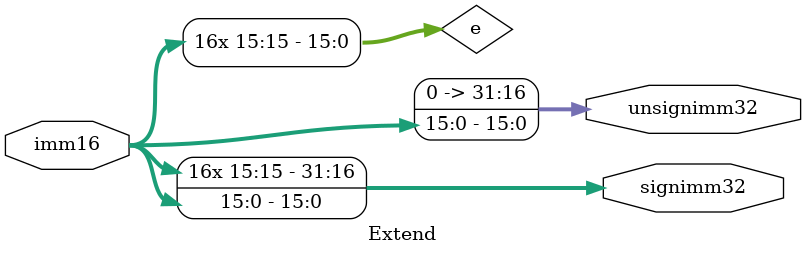
<source format=v>
`timescale 1ns / 1ns


module Extend(imm16,signimm32,unsignimm32);
    input [15:0] imm16;
    output[31:0] signimm32;
    output[31:0] unsignimm32;
    wire [15:0] zero16;
    wire [31:0] temp1;
    wire [31:0] temp2;
    parameter z = 16'b0;
    wire [15:0] e = {16{imm16[15]}};
    assign  unsignimm32 = {z, imm16};
    assign  signimm32 = {e, imm16};
endmodule

</source>
